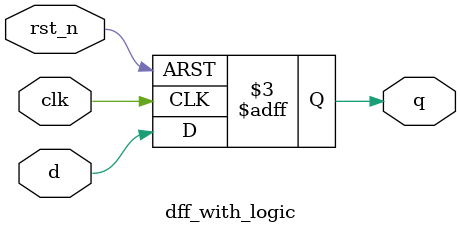
<source format=sv>
module dff_with_logic(
  input  logic clk, rst_n, d,
  output logic q
);
  always @(posedge clk or negedge rst_n) begin
    if (!rst_n) q <= 1'b0;
    else        q <= d;
  end
endmodule

</source>
